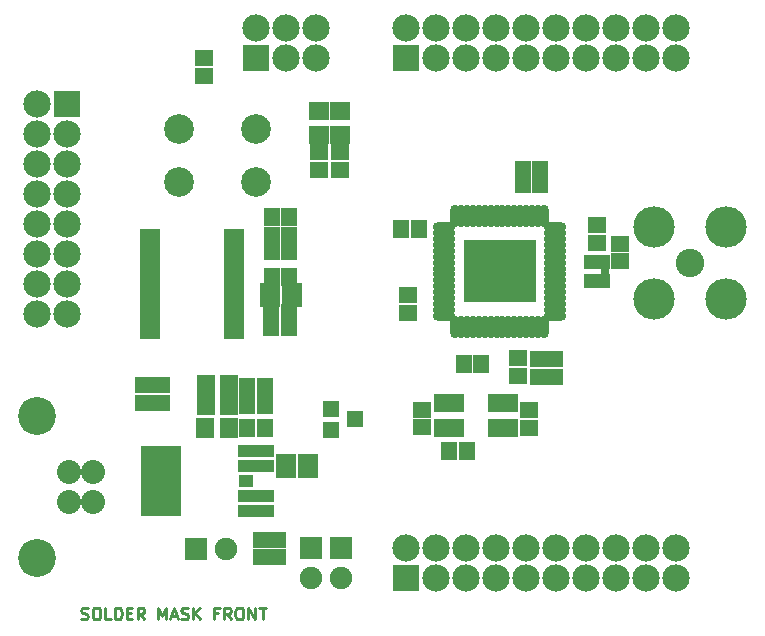
<source format=gts>
G04 (created by PCBNEW-RS274X (2012-01-19 BZR 3256)-stable) date Thu 07 Jun 2012 01:37:20 PM EEST*
G01*
G70*
G90*
%MOIN*%
G04 Gerber Fmt 3.4, Leading zero omitted, Abs format*
%FSLAX34Y34*%
G04 APERTURE LIST*
%ADD10C,0.006000*%
%ADD11C,0.009800*%
%ADD12R,0.070000X0.036000*%
%ADD13R,0.056000X0.056000*%
%ADD14O,0.094800X0.094800*%
%ADD15O,0.138100X0.138100*%
%ADD16R,0.059400X0.055400*%
%ADD17R,0.055400X0.059400*%
%ADD18R,0.090900X0.090900*%
%ADD19C,0.090900*%
%ADD20R,0.059400X0.071200*%
%ADD21R,0.071200X0.059400*%
%ADD22R,0.075100X0.075100*%
%ADD23C,0.075100*%
%ADD24R,0.098700X0.063300*%
%ADD25R,0.071200X0.079000*%
%ADD26R,0.138100X0.236500*%
%ADD27R,0.051500X0.039700*%
%ADD28R,0.118400X0.043600*%
%ADD29R,0.031800X0.051500*%
%ADD30R,0.027900X0.027900*%
%ADD31C,0.080000*%
%ADD32C,0.126300*%
%ADD33O,0.075100X0.031800*%
%ADD34O,0.031800X0.075100*%
%ADD35R,0.244400X0.209000*%
%ADD36C,0.083000*%
%ADD37C,0.098700*%
G04 APERTURE END LIST*
G54D10*
G54D11*
X54757Y-44965D02*
X54813Y-44983D01*
X54907Y-44983D01*
X54945Y-44965D01*
X54963Y-44946D01*
X54982Y-44908D01*
X54982Y-44871D01*
X54963Y-44833D01*
X54945Y-44815D01*
X54907Y-44796D01*
X54832Y-44777D01*
X54795Y-44758D01*
X54776Y-44740D01*
X54757Y-44702D01*
X54757Y-44665D01*
X54776Y-44627D01*
X54795Y-44608D01*
X54832Y-44589D01*
X54926Y-44589D01*
X54982Y-44608D01*
X55226Y-44589D02*
X55301Y-44589D01*
X55338Y-44608D01*
X55376Y-44646D01*
X55395Y-44721D01*
X55395Y-44852D01*
X55376Y-44927D01*
X55338Y-44965D01*
X55301Y-44983D01*
X55226Y-44983D01*
X55188Y-44965D01*
X55151Y-44927D01*
X55132Y-44852D01*
X55132Y-44721D01*
X55151Y-44646D01*
X55188Y-44608D01*
X55226Y-44589D01*
X55751Y-44983D02*
X55564Y-44983D01*
X55564Y-44589D01*
X55883Y-44983D02*
X55883Y-44589D01*
X55977Y-44589D01*
X56033Y-44608D01*
X56070Y-44646D01*
X56089Y-44683D01*
X56108Y-44758D01*
X56108Y-44815D01*
X56089Y-44890D01*
X56070Y-44927D01*
X56033Y-44965D01*
X55977Y-44983D01*
X55883Y-44983D01*
X56277Y-44777D02*
X56408Y-44777D01*
X56464Y-44983D02*
X56277Y-44983D01*
X56277Y-44589D01*
X56464Y-44589D01*
X56858Y-44983D02*
X56727Y-44796D01*
X56633Y-44983D02*
X56633Y-44589D01*
X56783Y-44589D01*
X56820Y-44608D01*
X56839Y-44627D01*
X56858Y-44665D01*
X56858Y-44721D01*
X56839Y-44758D01*
X56820Y-44777D01*
X56783Y-44796D01*
X56633Y-44796D01*
X57327Y-44983D02*
X57327Y-44589D01*
X57458Y-44871D01*
X57589Y-44589D01*
X57589Y-44983D01*
X57758Y-44871D02*
X57946Y-44871D01*
X57721Y-44983D02*
X57852Y-44589D01*
X57983Y-44983D01*
X58096Y-44965D02*
X58152Y-44983D01*
X58246Y-44983D01*
X58284Y-44965D01*
X58302Y-44946D01*
X58321Y-44908D01*
X58321Y-44871D01*
X58302Y-44833D01*
X58284Y-44815D01*
X58246Y-44796D01*
X58171Y-44777D01*
X58134Y-44758D01*
X58115Y-44740D01*
X58096Y-44702D01*
X58096Y-44665D01*
X58115Y-44627D01*
X58134Y-44608D01*
X58171Y-44589D01*
X58265Y-44589D01*
X58321Y-44608D01*
X58490Y-44983D02*
X58490Y-44589D01*
X58715Y-44983D02*
X58546Y-44758D01*
X58715Y-44589D02*
X58490Y-44815D01*
X59315Y-44777D02*
X59184Y-44777D01*
X59184Y-44983D02*
X59184Y-44589D01*
X59371Y-44589D01*
X59747Y-44983D02*
X59616Y-44796D01*
X59522Y-44983D02*
X59522Y-44589D01*
X59672Y-44589D01*
X59709Y-44608D01*
X59728Y-44627D01*
X59747Y-44665D01*
X59747Y-44721D01*
X59728Y-44758D01*
X59709Y-44777D01*
X59672Y-44796D01*
X59522Y-44796D01*
X59991Y-44589D02*
X60066Y-44589D01*
X60103Y-44608D01*
X60141Y-44646D01*
X60160Y-44721D01*
X60160Y-44852D01*
X60141Y-44927D01*
X60103Y-44965D01*
X60066Y-44983D01*
X59991Y-44983D01*
X59953Y-44965D01*
X59916Y-44927D01*
X59897Y-44852D01*
X59897Y-44721D01*
X59916Y-44646D01*
X59953Y-44608D01*
X59991Y-44589D01*
X60329Y-44983D02*
X60329Y-44589D01*
X60554Y-44983D01*
X60554Y-44589D01*
X60686Y-44589D02*
X60911Y-44589D01*
X60798Y-44983D02*
X60798Y-44589D01*
G54D12*
X57045Y-32139D03*
X57045Y-32389D03*
X57045Y-32649D03*
X57045Y-32909D03*
X57045Y-33159D03*
X57045Y-33419D03*
X57045Y-33679D03*
X57045Y-33929D03*
X57045Y-34189D03*
X57045Y-34439D03*
X57045Y-34699D03*
X57045Y-34959D03*
X57045Y-35209D03*
X57045Y-35469D03*
X59845Y-35469D03*
X59845Y-35209D03*
X59845Y-34969D03*
X59845Y-34699D03*
X59845Y-34439D03*
X59845Y-34189D03*
X59845Y-33929D03*
X59845Y-33679D03*
X59845Y-33419D03*
X59845Y-33159D03*
X59845Y-32909D03*
X59845Y-32649D03*
X59845Y-32389D03*
X59845Y-32139D03*
G54D13*
X63065Y-38657D03*
X63065Y-37957D03*
X63865Y-38307D03*
G54D14*
X75059Y-33101D03*
G54D15*
X73858Y-31900D03*
X76260Y-31900D03*
X76260Y-34302D03*
X73858Y-34302D03*
G54D16*
X58848Y-26871D03*
X58848Y-26279D03*
G54D17*
X61102Y-32195D03*
X61694Y-32195D03*
X61102Y-32707D03*
X61694Y-32707D03*
X60274Y-37234D03*
X60866Y-37234D03*
G54D16*
X60767Y-42321D03*
X60767Y-42913D03*
G54D17*
X60274Y-37844D03*
X60866Y-37844D03*
X67619Y-39370D03*
X67027Y-39370D03*
X70060Y-30000D03*
X69468Y-30000D03*
G54D16*
X56861Y-37185D03*
X56861Y-37777D03*
X57403Y-37185D03*
X57403Y-37777D03*
G54D17*
X60866Y-38602D03*
X60274Y-38602D03*
G54D16*
X63366Y-29409D03*
X63366Y-30001D03*
X62687Y-29409D03*
X62687Y-30001D03*
G54D18*
X65579Y-43610D03*
G54D19*
X66579Y-43610D03*
X67579Y-43610D03*
X68579Y-43610D03*
X69579Y-43610D03*
X70579Y-43610D03*
X71579Y-43610D03*
X72579Y-43610D03*
X73579Y-43610D03*
X74579Y-43610D03*
X74579Y-42610D03*
X73579Y-42610D03*
X72579Y-42610D03*
X71579Y-42610D03*
X70579Y-42610D03*
X69579Y-42610D03*
X68579Y-42610D03*
X67579Y-42610D03*
X66579Y-42610D03*
X65579Y-42610D03*
G54D18*
X65579Y-26287D03*
G54D19*
X66579Y-26287D03*
X67579Y-26287D03*
X68579Y-26287D03*
X69579Y-26287D03*
X70579Y-26287D03*
X71579Y-26287D03*
X72579Y-26287D03*
X73579Y-26287D03*
X74579Y-26287D03*
X74579Y-25287D03*
X73579Y-25287D03*
X72579Y-25287D03*
X71579Y-25287D03*
X70579Y-25287D03*
X69579Y-25287D03*
X68579Y-25287D03*
X67579Y-25287D03*
X66579Y-25287D03*
X65579Y-25287D03*
G54D20*
X58907Y-37836D03*
X59695Y-37836D03*
X58907Y-37167D03*
X59695Y-37167D03*
G54D21*
X62687Y-28051D03*
X62687Y-28839D03*
X63366Y-28051D03*
X63366Y-28839D03*
G54D20*
X58897Y-38602D03*
X59685Y-38602D03*
G54D22*
X63402Y-42610D03*
G54D23*
X63402Y-43610D03*
G54D22*
X58574Y-42622D03*
G54D23*
X59574Y-42622D03*
G54D22*
X62402Y-42610D03*
G54D23*
X62402Y-43610D03*
G54D24*
X67007Y-38603D03*
X68819Y-38603D03*
X68819Y-37775D03*
X67007Y-37775D03*
G54D25*
X61573Y-39871D03*
X62323Y-39871D03*
X61042Y-34164D03*
X61792Y-34164D03*
G54D17*
X61102Y-33573D03*
X61694Y-33573D03*
X61082Y-34754D03*
X61674Y-34754D03*
G54D16*
X69331Y-36279D03*
X69331Y-36871D03*
X71947Y-32423D03*
X71947Y-31831D03*
X61274Y-42326D03*
X61274Y-42918D03*
X72714Y-33053D03*
X72714Y-32461D03*
X70020Y-36318D03*
X70020Y-36910D03*
X70512Y-36318D03*
X70512Y-36910D03*
G54D17*
X61082Y-35246D03*
X61674Y-35246D03*
X66005Y-31969D03*
X65413Y-31969D03*
G54D16*
X65650Y-34173D03*
X65650Y-34765D03*
G54D17*
X68091Y-36457D03*
X67499Y-36457D03*
X61102Y-31585D03*
X61694Y-31585D03*
X69468Y-30472D03*
X70060Y-30472D03*
G54D16*
X66102Y-38583D03*
X66102Y-37991D03*
X69685Y-38011D03*
X69685Y-38603D03*
G54D26*
X57421Y-40373D03*
G54D27*
X60236Y-40373D03*
G54D28*
X60571Y-40873D03*
X60571Y-41373D03*
X60571Y-39873D03*
X60571Y-39373D03*
G54D29*
X72203Y-33072D03*
X71947Y-33072D03*
X71691Y-33072D03*
X71691Y-33702D03*
X71947Y-33702D03*
X72203Y-33702D03*
G54D30*
X72203Y-33387D03*
G54D18*
X60575Y-26287D03*
G54D19*
X61575Y-26287D03*
X62575Y-26287D03*
X62575Y-25287D03*
X61575Y-25287D03*
X60575Y-25287D03*
G54D31*
X55137Y-41071D03*
X55137Y-40071D03*
X54350Y-40071D03*
X54350Y-41071D03*
G54D32*
X53287Y-42933D03*
X53287Y-38209D03*
G54D18*
X54280Y-27799D03*
G54D19*
X53280Y-27799D03*
X54280Y-28799D03*
X53280Y-28799D03*
X54280Y-29799D03*
X53280Y-29799D03*
X54280Y-30799D03*
X53280Y-30799D03*
X54280Y-31799D03*
X53280Y-31799D03*
X54280Y-32799D03*
X53280Y-32799D03*
X54280Y-33799D03*
X53280Y-33799D03*
X54280Y-34799D03*
X53280Y-34799D03*
G54D33*
X70549Y-33289D03*
X70549Y-33485D03*
X70549Y-33682D03*
X70549Y-33879D03*
X70549Y-34076D03*
X70549Y-34273D03*
X70549Y-34470D03*
X70549Y-34667D03*
X70549Y-34863D03*
X70549Y-33092D03*
X70549Y-32895D03*
X70549Y-32698D03*
X70549Y-32501D03*
X70549Y-32304D03*
X70549Y-32107D03*
X70549Y-31911D03*
G54D34*
X68797Y-35237D03*
X68994Y-35237D03*
X69191Y-35237D03*
X69388Y-35237D03*
X69585Y-35237D03*
X69782Y-35237D03*
X69979Y-35237D03*
X70175Y-35237D03*
X68601Y-35237D03*
X68404Y-35237D03*
X68207Y-35237D03*
X68010Y-35237D03*
X67813Y-35237D03*
X67616Y-35237D03*
X67419Y-35237D03*
X67223Y-35237D03*
X68797Y-31537D03*
X68994Y-31537D03*
X69191Y-31537D03*
X69388Y-31537D03*
X69585Y-31537D03*
X69782Y-31537D03*
X69979Y-31537D03*
X70175Y-31537D03*
X68601Y-31537D03*
X68404Y-31537D03*
X68207Y-31537D03*
X68010Y-31537D03*
X67813Y-31537D03*
X67616Y-31537D03*
X67419Y-31537D03*
X67223Y-31537D03*
G54D33*
X66849Y-33485D03*
X66849Y-33682D03*
X66849Y-33879D03*
X66849Y-34076D03*
X66849Y-34273D03*
X66849Y-34470D03*
X66849Y-34667D03*
X66849Y-34863D03*
X66849Y-33289D03*
X66849Y-33092D03*
X66849Y-32895D03*
X66849Y-32698D03*
X66849Y-32501D03*
X66849Y-32304D03*
X66849Y-32107D03*
X66849Y-31911D03*
G54D35*
X68699Y-33387D03*
G54D36*
X69447Y-33958D03*
X68699Y-33958D03*
X67951Y-33958D03*
X69447Y-33387D03*
X68699Y-33387D03*
X67951Y-33387D03*
X69447Y-32816D03*
X68699Y-32816D03*
X67951Y-32816D03*
G54D37*
X58031Y-30404D03*
X60591Y-28632D03*
X58031Y-28632D03*
X60591Y-30404D03*
M02*

</source>
